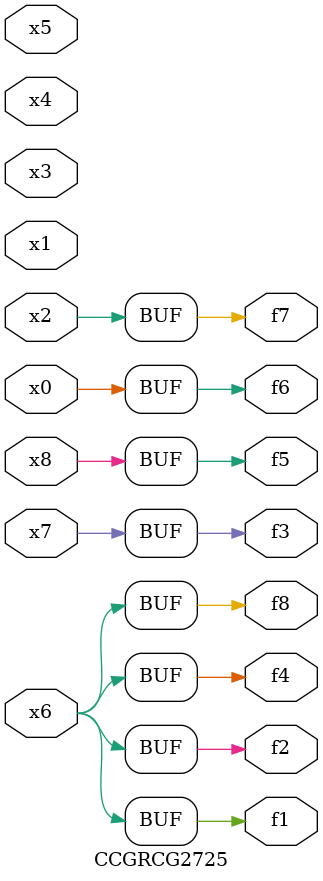
<source format=v>
module CCGRCG2725(
	input x0, x1, x2, x3, x4, x5, x6, x7, x8,
	output f1, f2, f3, f4, f5, f6, f7, f8
);
	assign f1 = x6;
	assign f2 = x6;
	assign f3 = x7;
	assign f4 = x6;
	assign f5 = x8;
	assign f6 = x0;
	assign f7 = x2;
	assign f8 = x6;
endmodule

</source>
